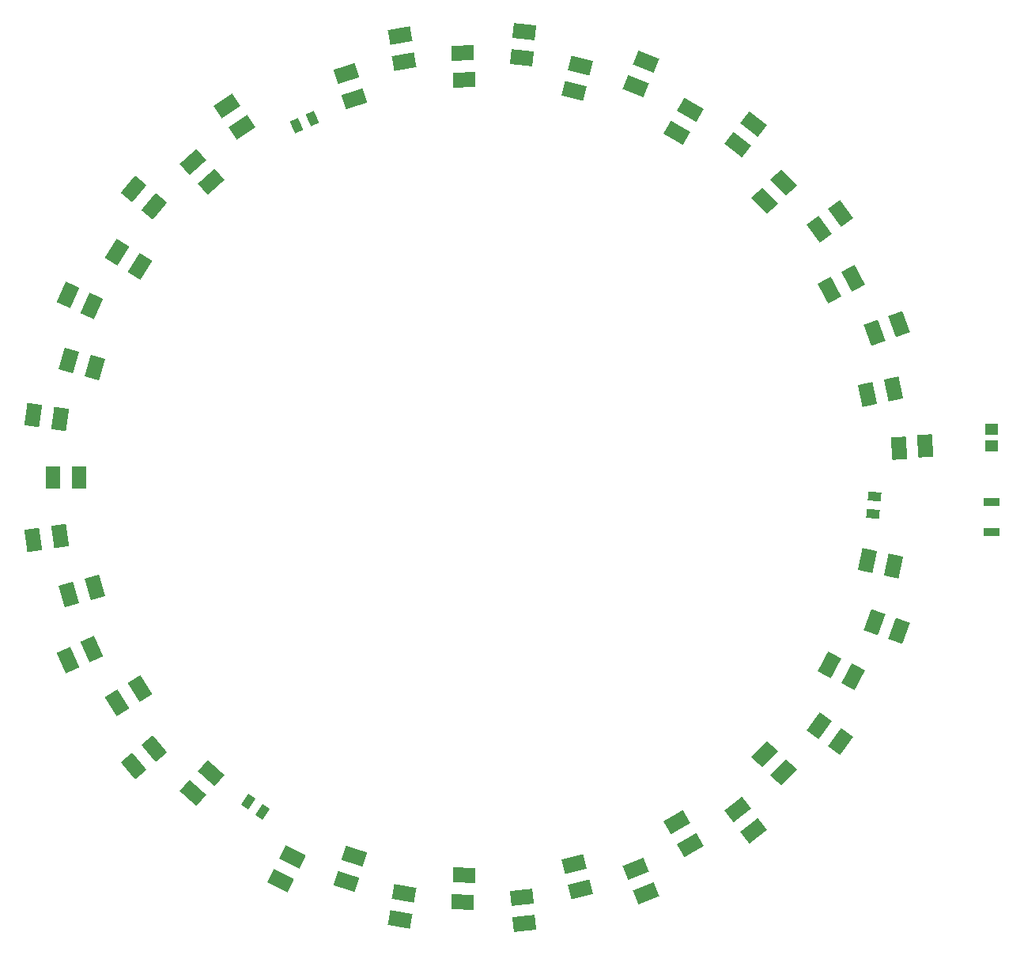
<source format=gtp>
G04 Layer_Color=8421504*
%FSLAX44Y44*%
%MOMM*%
G71*
G01*
G75*
G04:AMPARAMS|DCode=11|XSize=0.95mm|YSize=1.4mm|CornerRadius=0mm|HoleSize=0mm|Usage=FLASHONLY|Rotation=206.000|XOffset=0mm|YOffset=0mm|HoleType=Round|Shape=Rectangle|*
%AMROTATEDRECTD11*
4,1,4,0.1201,0.8374,0.7338,-0.4209,-0.1201,-0.8374,-0.7338,0.4209,0.1201,0.8374,0.0*
%
%ADD11ROTATEDRECTD11*%

G04:AMPARAMS|DCode=12|XSize=2.4mm|YSize=1.6mm|CornerRadius=0mm|HoleSize=0mm|Usage=FLASHONLY|Rotation=274.000|XOffset=0mm|YOffset=0mm|HoleType=Round|Shape=Rectangle|*
%AMROTATEDRECTD12*
4,1,4,-0.8818,1.1413,0.7143,1.2529,0.8818,-1.1413,-0.7143,-1.2529,-0.8818,1.1413,0.0*
%
%ADD12ROTATEDRECTD12*%

%ADD13R,1.8000X0.9000*%
%ADD14R,1.4500X1.1500*%
G04:AMPARAMS|DCode=15|XSize=2.4mm|YSize=1.6mm|CornerRadius=0mm|HoleSize=0mm|Usage=FLASHONLY|Rotation=78.000|XOffset=0mm|YOffset=0mm|HoleType=Round|Shape=Rectangle|*
%AMROTATEDRECTD15*
4,1,4,0.5330,-1.3401,-1.0320,-1.0074,-0.5330,1.3401,1.0320,1.0074,0.5330,-1.3401,0.0*
%
%ADD15ROTATEDRECTD15*%

G04:AMPARAMS|DCode=16|XSize=2.4mm|YSize=1.6mm|CornerRadius=0mm|HoleSize=0mm|Usage=FLASHONLY|Rotation=250.000|XOffset=0mm|YOffset=0mm|HoleType=Round|Shape=Rectangle|*
%AMROTATEDRECTD16*
4,1,4,-0.3413,1.4013,1.1622,0.8540,0.3413,-1.4013,-1.1622,-0.8540,-0.3413,1.4013,0.0*
%
%ADD16ROTATEDRECTD16*%

G04:AMPARAMS|DCode=17|XSize=2.4mm|YSize=1.6mm|CornerRadius=0mm|HoleSize=0mm|Usage=FLASHONLY|Rotation=62.000|XOffset=0mm|YOffset=0mm|HoleType=Round|Shape=Rectangle|*
%AMROTATEDRECTD17*
4,1,4,0.1430,-1.4351,-1.2697,-0.6840,-0.1430,1.4351,1.2697,0.6840,0.1430,-1.4351,0.0*
%
%ADD17ROTATEDRECTD17*%

G04:AMPARAMS|DCode=18|XSize=2.4mm|YSize=1.6mm|CornerRadius=0mm|HoleSize=0mm|Usage=FLASHONLY|Rotation=234.000|XOffset=0mm|YOffset=0mm|HoleType=Round|Shape=Rectangle|*
%AMROTATEDRECTD18*
4,1,4,0.0581,1.4410,1.3526,0.5006,-0.0581,-1.4410,-1.3526,-0.5006,0.0581,1.4410,0.0*
%
%ADD18ROTATEDRECTD18*%

G04:AMPARAMS|DCode=19|XSize=2.4mm|YSize=1.6mm|CornerRadius=0mm|HoleSize=0mm|Usage=FLASHONLY|Rotation=46.000|XOffset=0mm|YOffset=0mm|HoleType=Round|Shape=Rectangle|*
%AMROTATEDRECTD19*
4,1,4,-0.2581,-1.4189,-1.4091,-0.3075,0.2581,1.4189,1.4091,0.3075,-0.2581,-1.4189,0.0*
%
%ADD19ROTATEDRECTD19*%

G04:AMPARAMS|DCode=20|XSize=2.4mm|YSize=1.6mm|CornerRadius=0mm|HoleSize=0mm|Usage=FLASHONLY|Rotation=218.000|XOffset=0mm|YOffset=0mm|HoleType=Round|Shape=Rectangle|*
%AMROTATEDRECTD20*
4,1,4,0.4531,1.3692,1.4381,0.1084,-0.4531,-1.3692,-1.4381,-0.1084,0.4531,1.3692,0.0*
%
%ADD20ROTATEDRECTD20*%

G04:AMPARAMS|DCode=21|XSize=2.4mm|YSize=1.6mm|CornerRadius=0mm|HoleSize=0mm|Usage=FLASHONLY|Rotation=30.000|XOffset=0mm|YOffset=0mm|HoleType=Round|Shape=Rectangle|*
%AMROTATEDRECTD21*
4,1,4,-0.6392,-1.2928,-1.4392,0.0928,0.6392,1.2928,1.4392,-0.0928,-0.6392,-1.2928,0.0*
%
%ADD21ROTATEDRECTD21*%

G04:AMPARAMS|DCode=22|XSize=2.4mm|YSize=1.6mm|CornerRadius=0mm|HoleSize=0mm|Usage=FLASHONLY|Rotation=202.000|XOffset=0mm|YOffset=0mm|HoleType=Round|Shape=Rectangle|*
%AMROTATEDRECTD22*
4,1,4,0.8129,1.1913,1.4123,-0.2922,-0.8129,-1.1913,-1.4123,0.2922,0.8129,1.1913,0.0*
%
%ADD22ROTATEDRECTD22*%

G04:AMPARAMS|DCode=23|XSize=2.4mm|YSize=1.6mm|CornerRadius=0mm|HoleSize=0mm|Usage=FLASHONLY|Rotation=14.000|XOffset=0mm|YOffset=0mm|HoleType=Round|Shape=Rectangle|*
%AMROTATEDRECTD23*
4,1,4,-0.9708,-1.0665,-1.3579,0.4859,0.9708,1.0665,1.3579,-0.4859,-0.9708,-1.0665,0.0*
%
%ADD23ROTATEDRECTD23*%

G04:AMPARAMS|DCode=24|XSize=2.4mm|YSize=1.6mm|CornerRadius=0mm|HoleSize=0mm|Usage=FLASHONLY|Rotation=186.000|XOffset=0mm|YOffset=0mm|HoleType=Round|Shape=Rectangle|*
%AMROTATEDRECTD24*
4,1,4,1.1098,0.9211,1.2771,-0.6702,-1.1098,-0.9211,-1.2771,0.6702,1.1098,0.9211,0.0*
%
%ADD24ROTATEDRECTD24*%

G04:AMPARAMS|DCode=25|XSize=2.4mm|YSize=1.6mm|CornerRadius=0mm|HoleSize=0mm|Usage=FLASHONLY|Rotation=358.000|XOffset=0mm|YOffset=0mm|HoleType=Round|Shape=Rectangle|*
%AMROTATEDRECTD25*
4,1,4,-1.2272,-0.7576,-1.1713,0.8414,1.2272,0.7576,1.1713,-0.8414,-1.2272,-0.7576,0.0*
%
%ADD25ROTATEDRECTD25*%

G04:AMPARAMS|DCode=26|XSize=2.4mm|YSize=1.6mm|CornerRadius=0mm|HoleSize=0mm|Usage=FLASHONLY|Rotation=170.000|XOffset=0mm|YOffset=0mm|HoleType=Round|Shape=Rectangle|*
%AMROTATEDRECTD26*
4,1,4,1.3207,0.5795,1.0429,-0.9962,-1.3207,-0.5795,-1.0429,0.9962,1.3207,0.5795,0.0*
%
%ADD26ROTATEDRECTD26*%

G04:AMPARAMS|DCode=27|XSize=2.4mm|YSize=1.6mm|CornerRadius=0mm|HoleSize=0mm|Usage=FLASHONLY|Rotation=342.000|XOffset=0mm|YOffset=0mm|HoleType=Round|Shape=Rectangle|*
%AMROTATEDRECTD27*
4,1,4,-1.3885,-0.3900,-0.8941,1.1317,1.3885,0.3900,0.8941,-1.1317,-1.3885,-0.3900,0.0*
%
%ADD27ROTATEDRECTD27*%

G04:AMPARAMS|DCode=28|XSize=2.4mm|YSize=1.6mm|CornerRadius=0mm|HoleSize=0mm|Usage=FLASHONLY|Rotation=154.000|XOffset=0mm|YOffset=0mm|HoleType=Round|Shape=Rectangle|*
%AMROTATEDRECTD28*
4,1,4,1.4293,0.1930,0.7278,-1.2451,-1.4293,-0.1930,-0.7278,1.2451,1.4293,0.1930,0.0*
%
%ADD28ROTATEDRECTD28*%

G04:AMPARAMS|DCode=29|XSize=2.4mm|YSize=1.6mm|CornerRadius=0mm|HoleSize=0mm|Usage=FLASHONLY|Rotation=318.000|XOffset=0mm|YOffset=0mm|HoleType=Round|Shape=Rectangle|*
%AMROTATEDRECTD29*
4,1,4,-1.4271,0.2084,-0.3565,1.3975,1.4271,-0.2084,0.3565,-1.3975,-1.4271,0.2084,0.0*
%
%ADD29ROTATEDRECTD29*%

G04:AMPARAMS|DCode=30|XSize=2.4mm|YSize=1.6mm|CornerRadius=0mm|HoleSize=0mm|Usage=FLASHONLY|Rotation=130.000|XOffset=0mm|YOffset=0mm|HoleType=Round|Shape=Rectangle|*
%AMROTATEDRECTD30*
4,1,4,1.3842,-0.4050,0.1585,-1.4335,-1.3842,0.4050,-0.1585,1.4335,1.3842,-0.4050,0.0*
%
%ADD30ROTATEDRECTD30*%

G04:AMPARAMS|DCode=31|XSize=2.4mm|YSize=1.6mm|CornerRadius=0mm|HoleSize=0mm|Usage=FLASHONLY|Rotation=302.000|XOffset=0mm|YOffset=0mm|HoleType=Round|Shape=Rectangle|*
%AMROTATEDRECTD31*
4,1,4,-1.3143,0.5937,0.0425,1.4416,1.3143,-0.5937,-0.0425,-1.4416,-1.3143,0.5937,0.0*
%
%ADD31ROTATEDRECTD31*%

G04:AMPARAMS|DCode=32|XSize=2.4mm|YSize=1.6mm|CornerRadius=0mm|HoleSize=0mm|Usage=FLASHONLY|Rotation=114.000|XOffset=0mm|YOffset=0mm|HoleType=Round|Shape=Rectangle|*
%AMROTATEDRECTD32*
4,1,4,1.2189,-0.7709,-0.2427,-1.4217,-1.2189,0.7709,0.2427,1.4217,1.2189,-0.7709,0.0*
%
%ADD32ROTATEDRECTD32*%

G04:AMPARAMS|DCode=33|XSize=2.4mm|YSize=1.6mm|CornerRadius=0mm|HoleSize=0mm|Usage=FLASHONLY|Rotation=286.000|XOffset=0mm|YOffset=0mm|HoleType=Round|Shape=Rectangle|*
%AMROTATEDRECTD33*
4,1,4,-1.0998,0.9330,0.4382,1.3740,1.0998,-0.9330,-0.4382,-1.3740,-1.0998,0.9330,0.0*
%
%ADD33ROTATEDRECTD33*%

G04:AMPARAMS|DCode=34|XSize=2.4mm|YSize=1.6mm|CornerRadius=0mm|HoleSize=0mm|Usage=FLASHONLY|Rotation=98.000|XOffset=0mm|YOffset=0mm|HoleType=Round|Shape=Rectangle|*
%AMROTATEDRECTD34*
4,1,4,0.9592,-1.0770,-0.6252,-1.2997,-0.9592,1.0770,0.6252,1.2997,0.9592,-1.0770,0.0*
%
%ADD34ROTATEDRECTD34*%

%ADD35R,1.6000X2.4000*%
G04:AMPARAMS|DCode=36|XSize=2.4mm|YSize=1.6mm|CornerRadius=0mm|HoleSize=0mm|Usage=FLASHONLY|Rotation=82.000|XOffset=0mm|YOffset=0mm|HoleType=Round|Shape=Rectangle|*
%AMROTATEDRECTD36*
4,1,4,0.6252,-1.2997,-0.9592,-1.0770,-0.6252,1.2997,0.9592,1.0770,0.6252,-1.2997,0.0*
%
%ADD36ROTATEDRECTD36*%

G04:AMPARAMS|DCode=37|XSize=2.4mm|YSize=1.6mm|CornerRadius=0mm|HoleSize=0mm|Usage=FLASHONLY|Rotation=254.000|XOffset=0mm|YOffset=0mm|HoleType=Round|Shape=Rectangle|*
%AMROTATEDRECTD37*
4,1,4,-0.4382,1.3740,1.0998,0.9330,0.4382,-1.3740,-1.0998,-0.9330,-0.4382,1.3740,0.0*
%
%ADD37ROTATEDRECTD37*%

G04:AMPARAMS|DCode=38|XSize=2.4mm|YSize=1.6mm|CornerRadius=0mm|HoleSize=0mm|Usage=FLASHONLY|Rotation=66.000|XOffset=0mm|YOffset=0mm|HoleType=Round|Shape=Rectangle|*
%AMROTATEDRECTD38*
4,1,4,0.2427,-1.4217,-1.2189,-0.7709,-0.2427,1.4217,1.2189,0.7709,0.2427,-1.4217,0.0*
%
%ADD38ROTATEDRECTD38*%

G04:AMPARAMS|DCode=39|XSize=2.4mm|YSize=1.6mm|CornerRadius=0mm|HoleSize=0mm|Usage=FLASHONLY|Rotation=238.000|XOffset=0mm|YOffset=0mm|HoleType=Round|Shape=Rectangle|*
%AMROTATEDRECTD39*
4,1,4,-0.0425,1.4416,1.3143,0.5937,0.0425,-1.4416,-1.3143,-0.5937,-0.0425,1.4416,0.0*
%
%ADD39ROTATEDRECTD39*%

G04:AMPARAMS|DCode=40|XSize=2.4mm|YSize=1.6mm|CornerRadius=0mm|HoleSize=0mm|Usage=FLASHONLY|Rotation=50.000|XOffset=0mm|YOffset=0mm|HoleType=Round|Shape=Rectangle|*
%AMROTATEDRECTD40*
4,1,4,-0.1585,-1.4335,-1.3842,-0.4050,0.1585,1.4335,1.3842,0.4050,-0.1585,-1.4335,0.0*
%
%ADD40ROTATEDRECTD40*%

G04:AMPARAMS|DCode=41|XSize=2.4mm|YSize=1.6mm|CornerRadius=0mm|HoleSize=0mm|Usage=FLASHONLY|Rotation=222.000|XOffset=0mm|YOffset=0mm|HoleType=Round|Shape=Rectangle|*
%AMROTATEDRECTD41*
4,1,4,0.3565,1.3975,1.4271,0.2084,-0.3565,-1.3975,-1.4271,-0.2084,0.3565,1.3975,0.0*
%
%ADD41ROTATEDRECTD41*%

G04:AMPARAMS|DCode=42|XSize=2.4mm|YSize=1.6mm|CornerRadius=0mm|HoleSize=0mm|Usage=FLASHONLY|Rotation=34.000|XOffset=0mm|YOffset=0mm|HoleType=Round|Shape=Rectangle|*
%AMROTATEDRECTD42*
4,1,4,-0.5475,-1.3343,-1.4422,-0.0078,0.5475,1.3343,1.4422,0.0078,-0.5475,-1.3343,0.0*
%
%ADD42ROTATEDRECTD42*%

G04:AMPARAMS|DCode=43|XSize=0.95mm|YSize=1.4mm|CornerRadius=0mm|HoleSize=0mm|Usage=FLASHONLY|Rotation=86.017|XOffset=0mm|YOffset=0mm|HoleType=Round|Shape=Rectangle|*
%AMROTATEDRECTD43*
4,1,4,0.6653,-0.5225,-0.7313,-0.4252,-0.6653,0.5225,0.7313,0.4252,0.6653,-0.5225,0.0*
%
%ADD43ROTATEDRECTD43*%

G04:AMPARAMS|DCode=44|XSize=0.95mm|YSize=1.4mm|CornerRadius=0mm|HoleSize=0mm|Usage=FLASHONLY|Rotation=326.000|XOffset=0mm|YOffset=0mm|HoleType=Round|Shape=Rectangle|*
%AMROTATEDRECTD44*
4,1,4,-0.7852,-0.3147,-0.0024,0.8459,0.7852,0.3147,0.0024,-0.8459,-0.7852,-0.3147,0.0*
%
%ADD44ROTATEDRECTD44*%

G04:AMPARAMS|DCode=45|XSize=2.4mm|YSize=1.6mm|CornerRadius=0mm|HoleSize=0mm|Usage=FLASHONLY|Rotation=198.000|XOffset=0mm|YOffset=0mm|HoleType=Round|Shape=Rectangle|*
%AMROTATEDRECTD45*
4,1,4,0.8941,1.1317,1.3885,-0.3900,-0.8941,-1.1317,-1.3885,0.3900,0.8941,1.1317,0.0*
%
%ADD45ROTATEDRECTD45*%

G04:AMPARAMS|DCode=46|XSize=2.4mm|YSize=1.6mm|CornerRadius=0mm|HoleSize=0mm|Usage=FLASHONLY|Rotation=10.000|XOffset=0mm|YOffset=0mm|HoleType=Round|Shape=Rectangle|*
%AMROTATEDRECTD46*
4,1,4,-1.0429,-0.9962,-1.3207,0.5795,1.0429,0.9962,1.3207,-0.5795,-1.0429,-0.9962,0.0*
%
%ADD46ROTATEDRECTD46*%

G04:AMPARAMS|DCode=47|XSize=2.4mm|YSize=1.6mm|CornerRadius=0mm|HoleSize=0mm|Usage=FLASHONLY|Rotation=182.000|XOffset=0mm|YOffset=0mm|HoleType=Round|Shape=Rectangle|*
%AMROTATEDRECTD47*
4,1,4,1.1713,0.8414,1.2272,-0.7576,-1.1713,-0.8414,-1.2272,0.7576,1.1713,0.8414,0.0*
%
%ADD47ROTATEDRECTD47*%

G04:AMPARAMS|DCode=48|XSize=2.4mm|YSize=1.6mm|CornerRadius=0mm|HoleSize=0mm|Usage=FLASHONLY|Rotation=354.000|XOffset=0mm|YOffset=0mm|HoleType=Round|Shape=Rectangle|*
%AMROTATEDRECTD48*
4,1,4,-1.2771,-0.6702,-1.1098,0.9211,1.2771,0.6702,1.1098,-0.9211,-1.2771,-0.6702,0.0*
%
%ADD48ROTATEDRECTD48*%

G04:AMPARAMS|DCode=49|XSize=2.4mm|YSize=1.6mm|CornerRadius=0mm|HoleSize=0mm|Usage=FLASHONLY|Rotation=166.000|XOffset=0mm|YOffset=0mm|HoleType=Round|Shape=Rectangle|*
%AMROTATEDRECTD49*
4,1,4,1.3579,0.4859,0.9708,-1.0665,-1.3579,-0.4859,-0.9708,1.0665,1.3579,0.4859,0.0*
%
%ADD49ROTATEDRECTD49*%

G04:AMPARAMS|DCode=50|XSize=2.4mm|YSize=1.6mm|CornerRadius=0mm|HoleSize=0mm|Usage=FLASHONLY|Rotation=338.000|XOffset=0mm|YOffset=0mm|HoleType=Round|Shape=Rectangle|*
%AMROTATEDRECTD50*
4,1,4,-1.4123,-0.2922,-0.8129,1.1913,1.4123,0.2922,0.8129,-1.1913,-1.4123,-0.2922,0.0*
%
%ADD50ROTATEDRECTD50*%

G04:AMPARAMS|DCode=51|XSize=2.4mm|YSize=1.6mm|CornerRadius=0mm|HoleSize=0mm|Usage=FLASHONLY|Rotation=150.000|XOffset=0mm|YOffset=0mm|HoleType=Round|Shape=Rectangle|*
%AMROTATEDRECTD51*
4,1,4,1.4392,0.0928,0.6392,-1.2928,-1.4392,-0.0928,-0.6392,1.2928,1.4392,0.0928,0.0*
%
%ADD51ROTATEDRECTD51*%

G04:AMPARAMS|DCode=52|XSize=2.4mm|YSize=1.6mm|CornerRadius=0mm|HoleSize=0mm|Usage=FLASHONLY|Rotation=322.000|XOffset=0mm|YOffset=0mm|HoleType=Round|Shape=Rectangle|*
%AMROTATEDRECTD52*
4,1,4,-1.4381,0.1084,-0.4531,1.3692,1.4381,-0.1084,0.4531,-1.3692,-1.4381,0.1084,0.0*
%
%ADD52ROTATEDRECTD52*%

G04:AMPARAMS|DCode=53|XSize=2.4mm|YSize=1.6mm|CornerRadius=0mm|HoleSize=0mm|Usage=FLASHONLY|Rotation=134.000|XOffset=0mm|YOffset=0mm|HoleType=Round|Shape=Rectangle|*
%AMROTATEDRECTD53*
4,1,4,1.4091,-0.3075,0.2581,-1.4189,-1.4091,0.3075,-0.2581,1.4189,1.4091,-0.3075,0.0*
%
%ADD53ROTATEDRECTD53*%

G04:AMPARAMS|DCode=54|XSize=2.4mm|YSize=1.6mm|CornerRadius=0mm|HoleSize=0mm|Usage=FLASHONLY|Rotation=306.000|XOffset=0mm|YOffset=0mm|HoleType=Round|Shape=Rectangle|*
%AMROTATEDRECTD54*
4,1,4,-1.3526,0.5006,-0.0581,1.4410,1.3526,-0.5006,0.0581,-1.4410,-1.3526,0.5006,0.0*
%
%ADD54ROTATEDRECTD54*%

G04:AMPARAMS|DCode=55|XSize=2.4mm|YSize=1.6mm|CornerRadius=0mm|HoleSize=0mm|Usage=FLASHONLY|Rotation=118.000|XOffset=0mm|YOffset=0mm|HoleType=Round|Shape=Rectangle|*
%AMROTATEDRECTD55*
4,1,4,1.2697,-0.6840,-0.1430,-1.4351,-1.2697,0.6840,0.1430,1.4351,1.2697,-0.6840,0.0*
%
%ADD55ROTATEDRECTD55*%

G04:AMPARAMS|DCode=56|XSize=2.4mm|YSize=1.6mm|CornerRadius=0mm|HoleSize=0mm|Usage=FLASHONLY|Rotation=290.000|XOffset=0mm|YOffset=0mm|HoleType=Round|Shape=Rectangle|*
%AMROTATEDRECTD56*
4,1,4,-1.1622,0.8540,0.3413,1.4013,1.1622,-0.8540,-0.3413,-1.4013,-1.1622,0.8540,0.0*
%
%ADD56ROTATEDRECTD56*%

G04:AMPARAMS|DCode=57|XSize=2.4mm|YSize=1.6mm|CornerRadius=0mm|HoleSize=0mm|Usage=FLASHONLY|Rotation=102.000|XOffset=0mm|YOffset=0mm|HoleType=Round|Shape=Rectangle|*
%AMROTATEDRECTD57*
4,1,4,1.0320,-1.0074,-0.5330,-1.3401,-1.0320,1.0074,0.5330,1.3401,1.0320,-1.0074,0.0*
%
%ADD57ROTATEDRECTD57*%

D11*
X-177111Y384803D02*
D03*
X-194188Y376474D02*
D03*
D12*
X479280Y33514D02*
D03*
X450849Y31526D02*
D03*
D13*
X550000Y-58750D02*
D03*
X550000Y-26250D02*
D03*
D14*
X550000Y51500D02*
D03*
Y33500D02*
D03*
D15*
X417229Y-88685D02*
D03*
X445106Y-94610D02*
D03*
D16*
X451475Y-164324D02*
D03*
X424694Y-154576D02*
D03*
D17*
X376621Y-200253D02*
D03*
X401785Y-213633D02*
D03*
D18*
X388692Y-282402D02*
D03*
X365635Y-265650D02*
D03*
D19*
X306834Y-296306D02*
D03*
X327336Y-316104D02*
D03*
D20*
X295663Y-378431D02*
D03*
X278117Y-355973D02*
D03*
D21*
X213275Y-369403D02*
D03*
X227525Y-394085D02*
D03*
D22*
X179980Y-445466D02*
D03*
X169303Y-419041D02*
D03*
D23*
X103192Y-413880D02*
D03*
X110087Y-441533D02*
D03*
D24*
X50221Y-477818D02*
D03*
X47242Y-449474D02*
D03*
D25*
X-14886Y-426290D02*
D03*
X-15881Y-454773D02*
D03*
D26*
X-83429Y-473151D02*
D03*
X-78480Y-445084D02*
D03*
D27*
X-131811Y-405673D02*
D03*
X-140618Y-432778D02*
D03*
D28*
X-210615Y-431826D02*
D03*
X-198122Y-406210D02*
D03*
D29*
X-285418Y-316988D02*
D03*
X-304488Y-338168D02*
D03*
D30*
X-368046Y-308827D02*
D03*
X-346214Y-290508D02*
D03*
D31*
X-361735Y-226037D02*
D03*
X-385904Y-241140D02*
D03*
D32*
X-438913Y-195417D02*
D03*
X-412877Y-183825D02*
D03*
D33*
X-410026Y-117573D02*
D03*
X-437422Y-125429D02*
D03*
D34*
X-475774Y-66866D02*
D03*
X-447552Y-62899D02*
D03*
D35*
X-426550Y0D02*
D03*
X-455050D02*
D03*
D36*
X-475774Y66866D02*
D03*
X-447552Y62899D02*
D03*
D37*
X-410026Y117573D02*
D03*
X-437422Y125429D02*
D03*
D38*
X-438913Y195417D02*
D03*
X-412877Y183825D02*
D03*
D39*
X-361735Y226037D02*
D03*
X-385904Y241140D02*
D03*
D40*
X-368046Y308827D02*
D03*
X-346214Y290508D02*
D03*
D41*
X-285418Y316988D02*
D03*
X-304488Y338168D02*
D03*
D42*
X-268664Y398311D02*
D03*
X-252727Y374683D02*
D03*
D43*
X423576Y-39013D02*
D03*
X424895Y-20059D02*
D03*
D44*
X-245846Y-347493D02*
D03*
X-230094Y-358118D02*
D03*
D45*
X-131811Y405673D02*
D03*
X-140618Y432778D02*
D03*
D46*
X-83429Y473151D02*
D03*
X-78480Y445084D02*
D03*
D47*
X-14886Y426290D02*
D03*
X-15881Y454773D02*
D03*
D48*
X50221Y477818D02*
D03*
X47242Y449474D02*
D03*
D49*
X103192Y413880D02*
D03*
X110087Y441533D02*
D03*
D50*
X179980Y445466D02*
D03*
X169303Y419041D02*
D03*
D51*
X213275Y369403D02*
D03*
X227525Y394085D02*
D03*
D52*
X295795Y378600D02*
D03*
X278248Y356142D02*
D03*
D53*
X306834Y296306D02*
D03*
X327336Y316104D02*
D03*
D54*
X388692Y282401D02*
D03*
X365635Y265650D02*
D03*
D55*
X376621Y200253D02*
D03*
X401785Y213633D02*
D03*
D56*
X451475Y164324D02*
D03*
X424694Y154576D02*
D03*
D57*
X417229Y88685D02*
D03*
X445106Y94610D02*
D03*
M02*

</source>
